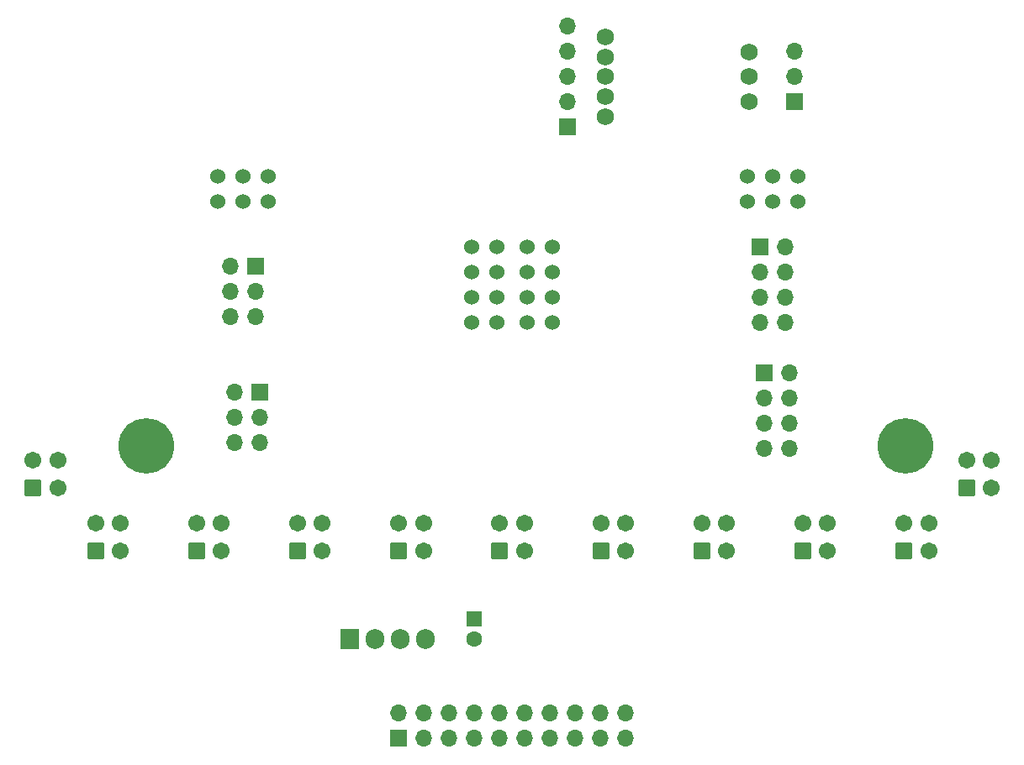
<source format=gbr>
%TF.GenerationSoftware,KiCad,Pcbnew,8.0.5*%
%TF.CreationDate,2024-10-04T10:03:27+09:00*%
%TF.ProjectId,_____,e9a4f3fa-7f2e-46b6-9963-61645f706362,rev?*%
%TF.SameCoordinates,Original*%
%TF.FileFunction,Soldermask,Bot*%
%TF.FilePolarity,Negative*%
%FSLAX46Y46*%
G04 Gerber Fmt 4.6, Leading zero omitted, Abs format (unit mm)*
G04 Created by KiCad (PCBNEW 8.0.5) date 2024-10-04 10:03:27*
%MOMM*%
%LPD*%
G01*
G04 APERTURE LIST*
G04 Aperture macros list*
%AMRoundRect*
0 Rectangle with rounded corners*
0 $1 Rounding radius*
0 $2 $3 $4 $5 $6 $7 $8 $9 X,Y pos of 4 corners*
0 Add a 4 corners polygon primitive as box body*
4,1,4,$2,$3,$4,$5,$6,$7,$8,$9,$2,$3,0*
0 Add four circle primitives for the rounded corners*
1,1,$1+$1,$2,$3*
1,1,$1+$1,$4,$5*
1,1,$1+$1,$6,$7*
1,1,$1+$1,$8,$9*
0 Add four rect primitives between the rounded corners*
20,1,$1+$1,$2,$3,$4,$5,0*
20,1,$1+$1,$4,$5,$6,$7,0*
20,1,$1+$1,$6,$7,$8,$9,0*
20,1,$1+$1,$8,$9,$2,$3,0*%
G04 Aperture macros list end*
%ADD10C,5.600000*%
%ADD11R,1.700000X1.700000*%
%ADD12O,1.700000X1.700000*%
%ADD13C,1.524000*%
%ADD14R,1.600000X1.600000*%
%ADD15C,1.600000*%
%ADD16R,1.905000X2.000000*%
%ADD17O,1.905000X2.000000*%
%ADD18RoundRect,0.102000X0.750000X-0.750000X0.750000X0.750000X-0.750000X0.750000X-0.750000X-0.750000X0*%
%ADD19C,1.704000*%
%ADD20C,1.750000*%
G04 APERTURE END LIST*
D10*
%TO.C,REF\u002A\u002A*%
X128614886Y-79626000D03*
%TD*%
%TO.C,REF\u002A\u002A*%
X52160886Y-79626000D03*
%TD*%
D11*
%TO.C,J3*%
X114390886Y-72260000D03*
D12*
X114390886Y-74800000D03*
X114390886Y-77340000D03*
X114390886Y-79880000D03*
X116930886Y-79880000D03*
X116930886Y-77340000D03*
X116930886Y-74800000D03*
X116930886Y-72260000D03*
%TD*%
D13*
%TO.C,ToF2*%
X64479886Y-52448000D03*
X64479886Y-54988000D03*
X61939886Y-52448000D03*
X61939886Y-54988000D03*
X59399886Y-52448000D03*
X59399886Y-54988000D03*
%TD*%
D14*
%TO.C,C1*%
X85180886Y-97057000D03*
D15*
X85180886Y-99057000D03*
%TD*%
D11*
%TO.C,J2*%
X63590886Y-74165000D03*
D12*
X61050886Y-74165000D03*
X63590886Y-76705000D03*
X61050886Y-76705000D03*
X63590886Y-79245000D03*
X61050886Y-79245000D03*
%TD*%
D13*
%TO.C,ToF1*%
X112739886Y-54988000D03*
X112739886Y-52448000D03*
X115279886Y-54988000D03*
X115279886Y-52448000D03*
X117819886Y-54988000D03*
X117819886Y-52448000D03*
%TD*%
D11*
%TO.C,J1*%
X77560886Y-109090000D03*
D12*
X80100886Y-109090000D03*
X82640886Y-109090000D03*
X85180886Y-109090000D03*
X87720886Y-109090000D03*
X90260886Y-109090000D03*
X92800886Y-109090000D03*
X95340886Y-109090000D03*
X97880886Y-109090000D03*
X100420886Y-109090000D03*
X77560886Y-106550000D03*
X80100886Y-106550000D03*
X82640886Y-106550000D03*
X85180886Y-106550000D03*
X87720886Y-106550000D03*
X90260886Y-106550000D03*
X92800886Y-106550000D03*
X95340886Y-106550000D03*
X97880886Y-106550000D03*
X100420886Y-106550000D03*
%TD*%
D11*
%TO.C,J4*%
X114009886Y-59560000D03*
D12*
X114009886Y-62100000D03*
X114009886Y-64640000D03*
X114009886Y-67180000D03*
X116549886Y-67180000D03*
X116549886Y-64640000D03*
X116549886Y-62100000D03*
X116549886Y-59560000D03*
%TD*%
D11*
%TO.C,J5*%
X63209886Y-61465000D03*
D12*
X60669886Y-61465000D03*
X63209886Y-64005000D03*
X60669886Y-64005000D03*
X63209886Y-66545000D03*
X60669886Y-66545000D03*
%TD*%
D16*
%TO.C,LDO1*%
X72681886Y-99110000D03*
D17*
X75221886Y-99110000D03*
X77761886Y-99110000D03*
X80301886Y-99110000D03*
%TD*%
D18*
%TO.C,A9*%
X57220886Y-90170000D03*
D19*
X59720886Y-90170000D03*
X59720886Y-87370000D03*
X57220886Y-87370000D03*
%TD*%
D13*
%TO.C,color2*%
X87466886Y-67180000D03*
X87466886Y-64640000D03*
X87466886Y-62100000D03*
X87466886Y-59560000D03*
X84926886Y-67180000D03*
X84926886Y-64640000D03*
X84926886Y-62100000D03*
X84926886Y-59560000D03*
%TD*%
D18*
%TO.C,A6*%
X87740886Y-90170000D03*
D19*
X90240886Y-90170000D03*
X90240886Y-87370000D03*
X87740886Y-87370000D03*
%TD*%
D18*
%TO.C,A10*%
X47060886Y-90170000D03*
D19*
X49560886Y-90170000D03*
X49560886Y-87370000D03*
X47060886Y-87370000D03*
%TD*%
D18*
%TO.C,A5*%
X97940886Y-90170000D03*
D19*
X100440886Y-90170000D03*
X100440886Y-87370000D03*
X97940886Y-87370000D03*
%TD*%
D18*
%TO.C,A8*%
X67380886Y-90170000D03*
D19*
X69880886Y-90170000D03*
X69880886Y-87370000D03*
X67380886Y-87370000D03*
%TD*%
D18*
%TO.C,A1*%
X134770886Y-83820000D03*
D19*
X137270886Y-83820000D03*
X137270886Y-81020000D03*
X134770886Y-81020000D03*
%TD*%
D18*
%TO.C,A7*%
X77580886Y-90170000D03*
D19*
X80080886Y-90170000D03*
X80080886Y-87370000D03*
X77580886Y-87370000D03*
%TD*%
D13*
%TO.C,color1*%
X90514886Y-59560000D03*
X90514886Y-62100000D03*
X90514886Y-64640000D03*
X90514886Y-67180000D03*
X93054886Y-59560000D03*
X93054886Y-62100000D03*
X93054886Y-64640000D03*
X93054886Y-67180000D03*
%TD*%
D18*
%TO.C,A11*%
X40750886Y-83820000D03*
D19*
X43250886Y-83820000D03*
X43250886Y-81020000D03*
X40750886Y-81020000D03*
%TD*%
D18*
%TO.C,A2*%
X128460886Y-90170000D03*
D19*
X130960886Y-90170000D03*
X130960886Y-87370000D03*
X128460886Y-87370000D03*
%TD*%
D18*
%TO.C,A3*%
X118260886Y-90170000D03*
D19*
X120760886Y-90170000D03*
X120760886Y-87370000D03*
X118260886Y-87370000D03*
%TD*%
D18*
%TO.C,A4*%
X108100886Y-90170000D03*
D19*
X110600886Y-90170000D03*
X110600886Y-87370000D03*
X108100886Y-87370000D03*
%TD*%
D20*
%TO.C,ENC1*%
X98388886Y-46390600D03*
X98388886Y-44390600D03*
X98388886Y-42390600D03*
X98388886Y-40390600D03*
X98388886Y-38390600D03*
X112888886Y-44890600D03*
X112888886Y-42390600D03*
X112888886Y-39890600D03*
%TD*%
D11*
%TO.C,J1*%
X94578886Y-47469600D03*
D12*
X94578886Y-44929600D03*
X94578886Y-42389600D03*
X94578886Y-39849600D03*
X94578886Y-37309600D03*
%TD*%
D11*
%TO.C,J2*%
X117438886Y-44929600D03*
D12*
X117438886Y-42389600D03*
X117438886Y-39849600D03*
%TD*%
M02*

</source>
